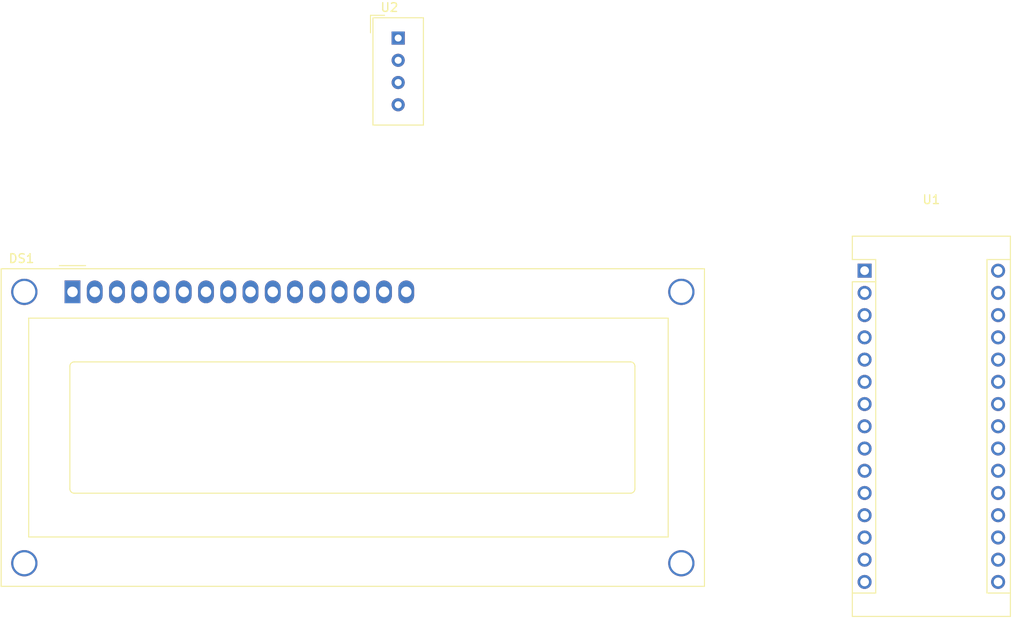
<source format=kicad_pcb>
(kicad_pcb (version 20211014) (generator pcbnew)
  (layers (0 "F.Cu" signal) (31 "B.Cu" signal) (34 "B.Paste" user) (35 "F.Paste" user) (36 "B.SilkS" user "B.Silkscreen") (37 "F.SilkS" user "F.Silkscreen") (38 "B.Mask" user) (39 "F.Mask" user) (44 "Edge.Cuts" user))
  (net 0 "")
  (net 1 "Earth")
  (net 2 "+5V")
  (net 3 "Net-(DS1-Pad4)")
  (net 4 "Net-(DS1-Pad6)")
  (net 9 "Net-(DS1-Pad11)")
  (net 10 "Net-(DS1-Pad12)")
  (net 11 "Net-(DS1-Pad13)")
  (net 12 "Net-(DS1-Pad14)")
  (net 13 "Net-(DS1-Pad15)")
  (net 14 "Net-(U1-Pad)_1")
  (footprint "Sensor:Aosong_DHT11_5.5x12.0_P2.54mm" (layer "F.Cu") (at 101.6975 39.4675)
    (fp_text reference "U2" (at -1 -3.5) (layer "F.SilkS"))
    (fp_text value "DHT11")
    (fp_line (start -2.88 9.94) (end -2.88 -2.31) (layer "F.SilkS") (width 0.12))
    (fp_line (start 2.88 -2.32) (end 2.88 9.94) (layer "F.SilkS") (width 0.12))
    (fp_line (start 2.88 9.94) (end -2.88 9.94) (layer "F.SilkS") (width 0.12))
    (fp_line (start -2.87 -2.32) (end 2.87 -2.32) (layer "F.SilkS") (width 0.12))
    (fp_line (start -3.16 -2.6) (end -1.55 -2.6) (layer "F.SilkS") (width 0.12))
    (fp_line (start -3.16 -2.6) (end -3.16 -0.6) (layer "F.SilkS") (width 0.12))
    (pad "1" thru_hole rect (at 0 0) (size 1.5 1.5) (drill 0.8) (layers *.Cu *.Mask) (net 2 "+5V"))
    (pad "2" thru_hole circle (at 0 2.54) (size 1.5 1.5) (drill 0.8) (layers *.Cu *.Mask) (net 14 "Net-(U1-Pad)_1"))
    (pad "3" thru_hole circle (at 0 5.08) (size 1.5 1.5) (drill 0.8) (layers *.Cu *.Mask))
    (pad "4" thru_hole circle (at 0 7.62) (size 1.5 1.5) (drill 0.8) (layers *.Cu *.Mask) (net 1 "Earth"))
  )
  (footprint "Display:WC1602A" (layer "F.Cu") (at 64.52 68.4625)
    (fp_text reference "DS1" (at -5.82 -3.81) (layer "F.SilkS"))
    (fp_text value "WC1602A")
    (fp_line (start 68 3) (end 68 28) (layer "F.SilkS") (width 0.12))
    (fp_line (start 68 28) (end -5 28) (layer "F.SilkS") (width 0.12))
    (fp_line (start -1.5 -3) (end 1.5 -3) (layer "F.SilkS") (width 0.12))
    (fp_line (start 64.2 8.5) (end 64.2 22.5) (layer "F.SilkS") (width 0.12))
    (fp_line (start 63.70066 23) (end 0.2 23) (layer "F.SilkS") (width 0.12))
    (fp_line (start -8.14 33.64) (end 72.14 33.64) (layer "F.SilkS") (width 0.12))
    (fp_line (start 72.14 33.64) (end 72.14 -2.64) (layer "F.SilkS") (width 0.12))
    (fp_line (start -8.13 -2.64) (end -7.34 -2.64) (layer "F.SilkS") (width 0.12))
    (fp_line (start -8.14 -2.64) (end -8.14 33.64) (layer "F.SilkS") (width 0.12))
    (fp_line (start 72.14 -2.64) (end -7.34 -2.64) (layer "F.SilkS") (width 0.12))
    (fp_line (start -0.29972 22.49932) (end -0.29972 8.5) (layer "F.SilkS") (width 0.12))
    (fp_line (start -5 28) (end -5 3) (layer "F.SilkS") (width 0.12))
    (fp_line (start -5 3) (end 68 3) (layer "F.SilkS") (width 0.12))
    (fp_line (start 0.2 8) (end 63.7 8) (layer "F.SilkS") (width 0.12))
    (fp_arc (start 64.20104 22.49932) (mid 64.054479 22.85315) (end 63.70066 22.9997) (layer "F.SilkS") (width 0.12))
    (fp_arc (start 0.20066 22.9997) (mid -0.153162 22.853142) (end -0.29972 22.49932) (layer "F.SilkS") (width 0.12))
    (fp_arc (start 63.7 8) (mid 64.053553 8.146447) (end 64.2 8.5) (layer "F.SilkS") (width 0.12))
    (fp_arc (start -0.29972 8.49884) (mid -0.153162 8.145018) (end 0.20066 7.99846) (layer "F.SilkS") (width 0.12))
    (pad "" thru_hole circle (at -5.4991 0) (size 3 3) (drill 2.5) (layers *.Cu *.Mask))
    (pad "" thru_hole circle (at -5.4991 31.0007) (size 3 3) (drill 2.5) (layers *.Cu *.Mask))
    (pad "" thru_hole circle (at 69.49948 31.0007) (size 3 3) (drill 2.5) (layers *.Cu *.Mask))
    (pad "" thru_hole circle (at 69.5 0) (size 3 3) (drill 2.5) (layers *.Cu *.Mask))
    (pad "1" thru_hole rect (at 0 0) (size 1.8 2.6) (drill 1.2) (layers *.Cu *.Mask) (net 1 "Earth"))
    (pad "2" thru_hole oval (at 2.54 0) (size 1.8 2.6) (drill 1.2) (layers *.Cu *.Mask) (net 2 "+5V"))
    (pad "3" thru_hole oval (at 5.08 0) (size 1.8 2.6) (drill 1.2) (layers *.Cu *.Mask) (net 1 "Earth"))
    (pad "4" thru_hole oval (at 7.62 0) (size 1.8 2.6) (drill 1.2) (layers *.Cu *.Mask) (net 3 "Net-(DS1-Pad4)"))
    (pad "5" thru_hole oval (at 10.16 0) (size 1.8 2.6) (drill 1.2) (layers *.Cu *.Mask) (net 1 "Earth"))
    (pad "6" thru_hole oval (at 12.7 0) (size 1.8 2.6) (drill 1.2) (layers *.Cu *.Mask) (net 4 "Net-(DS1-Pad6)"))
    (pad "7" thru_hole oval (at 15.24 0) (size 1.8 2.6) (drill 1.2) (layers *.Cu *.Mask))
    (pad "8" thru_hole oval (at 17.78 0) (size 1.8 2.6) (drill 1.2) (layers *.Cu *.Mask))
    (pad "9" thru_hole oval (at 20.32 0) (size 1.8 2.6) (drill 1.2) (layers *.Cu *.Mask))
    (pad "10" thru_hole oval (at 22.86 0) (size 1.8 2.6) (drill 1.2) (layers *.Cu *.Mask))
    (pad "11" thru_hole oval (at 25.4 0) (size 1.8 2.6) (drill 1.2) (layers *.Cu *.Mask) (net 9 "Net-(DS1-Pad11)"))
    (pad "12" thru_hole oval (at 27.94 0) (size 1.8 2.6) (drill 1.2) (layers *.Cu *.Mask) (net 10 "Net-(DS1-Pad12)"))
    (pad "13" thru_hole oval (at 30.48 0) (size 1.8 2.6) (drill 1.2) (layers *.Cu *.Mask) (net 11 "Net-(DS1-Pad13)"))
    (pad "14" thru_hole oval (at 33.02 0) (size 1.8 2.6) (drill 1.2) (layers *.Cu *.Mask) (net 12 "Net-(DS1-Pad14)"))
    (pad "15" thru_hole oval (at 35.56 0) (size 1.8 2.6) (drill 1.2) (layers *.Cu *.Mask) (net 13 "Net-(DS1-Pad15)"))
    (pad "16" thru_hole oval (at 38.1 0) (size 1.8 2.6) (drill 1.2) (layers *.Cu *.Mask) (net 1 "Earth"))
  )
  (footprint "sch:Arduino_nano_clone" (layer "F.Cu") (at 162.56 58.42)
    (fp_text reference "U1" (at 0 -0.5 unlocked) (layer "F.SilkS"))
    (fp_text value "Arduino_Nano_Atmega168pa")
    (fp_line (start 9.02 47.12) (end 9.02 3.68) (layer "F.SilkS") (width 0.12))
    (fp_line (start 6.35 6.35) (end 6.35 44.45) (layer "F.SilkS") (width 0.12))
    (fp_line (start 6.35 44.45) (end 9.02 44.45) (layer "F.SilkS") (width 0.12))
    (fp_line (start -6.35 8.89) (end -9.02 8.89) (layer "F.SilkS") (width 0.12))
    (fp_line (start -6.35 44.45) (end -9.02 44.45) (layer "F.SilkS") (width 0.12))
    (fp_line (start -6.35 6.35) (end -9.02 6.35) (layer "F.SilkS") (width 0.12))
    (fp_line (start -6.35 8.89) (end -6.35 44.45) (layer "F.SilkS") (width 0.12))
    (fp_line (start -9.02 8.89) (end -9.02 47.12) (layer "F.SilkS") (width 0.12))
    (fp_line (start -9.02 47.12) (end 9.02 47.12) (layer "F.SilkS") (width 0.12))
    (fp_line (start -9.02 3.68) (end -9.02 6.35) (layer "F.SilkS") (width 0.12))
    (fp_line (start -6.35 8.89) (end -6.35 6.35) (layer "F.SilkS") (width 0.12))
    (fp_line (start 9.02 3.68) (end -9.02 3.68) (layer "F.SilkS") (width 0.12))
    (fp_line (start 6.35 6.35) (end 9.02 6.35) (layer "F.SilkS") (width 0.12))
    (pad "1" thru_hole rect (at -7.62 7.62) (size 1.6 1.6) (drill 1) (layers *.Cu *.Mask))
    (pad "2" thru_hole oval (at -7.62 10.16) (size 1.6 1.6) (drill 1) (layers *.Cu *.Mask))
    (pad "3" thru_hole oval (at -7.62 12.7) (size 1.6 1.6) (drill 1) (layers *.Cu *.Mask))
    (pad "4" thru_hole oval (at -7.62 15.24) (size 1.6 1.6) (drill 1) (layers *.Cu *.Mask))
    (pad "5" thru_hole oval (at -7.62 17.78) (size 1.6 1.6) (drill 1) (layers *.Cu *.Mask))
    (pad "6" thru_hole oval (at -7.62 20.32) (size 1.6 1.6) (drill 1) (layers *.Cu *.Mask))
    (pad "7" thru_hole oval (at -7.62 22.86) (size 1.6 1.6) (drill 1) (layers *.Cu *.Mask))
    (pad "8" thru_hole oval (at -7.62 25.4) (size 1.6 1.6) (drill 1) (layers *.Cu *.Mask))
    (pad "9" thru_hole oval (at -7.62 27.94) (size 1.6 1.6) (drill 1) (layers *.Cu *.Mask))
    (pad "10" thru_hole oval (at -7.62 30.48) (size 1.6 1.6) (drill 1) (layers *.Cu *.Mask))
    (pad "11" thru_hole oval (at -7.62 33.02) (size 1.6 1.6) (drill 1) (layers *.Cu *.Mask))
    (pad "12" thru_hole oval (at -7.62 35.56) (size 1.6 1.6) (drill 1) (layers *.Cu *.Mask))
    (pad "13" thru_hole oval (at -7.62 38.1) (size 1.6 1.6) (drill 1) (layers *.Cu *.Mask))
    (pad "14" thru_hole oval (at -7.62 40.64) (size 1.6 1.6) (drill 1) (layers *.Cu *.Mask))
    (pad "15" thru_hole oval (at -7.62 43.18) (size 1.6 1.6) (drill 1) (layers *.Cu *.Mask))
    (pad "16" thru_hole oval (at 7.62 43.18) (size 1.6 1.6) (drill 1) (layers *.Cu *.Mask))
    (pad "17" thru_hole oval (at 7.62 40.64) (size 1.6 1.6) (drill 1) (layers *.Cu *.Mask))
    (pad "18" thru_hole oval (at 7.62 38.1) (size 1.6 1.6) (drill 1) (layers *.Cu *.Mask))
    (pad "19" thru_hole oval (at 7.62 35.56) (size 1.6 1.6) (drill 1) (layers *.Cu *.Mask))
    (pad "20" thru_hole oval (at 7.62 33.02) (size 1.6 1.6) (drill 1) (layers *.Cu *.Mask))
    (pad "21" thru_hole oval (at 7.62 30.48) (size 1.6 1.6) (drill 1) (layers *.Cu *.Mask))
    (pad "22" thru_hole oval (at 7.62 27.94) (size 1.6 1.6) (drill 1) (layers *.Cu *.Mask))
    (pad "23" thru_hole oval (at 7.62 25.4) (size 1.6 1.6) (drill 1) (layers *.Cu *.Mask))
    (pad "24" thru_hole oval (at 7.62 22.86) (size 1.6 1.6) (drill 1) (layers *.Cu *.Mask))
    (pad "25" thru_hole oval (at 7.62 20.32) (size 1.6 1.6) (drill 1) (layers *.Cu *.Mask))
    (pad "26" thru_hole oval (at 7.62 17.78) (size 1.6 1.6) (drill 1) (layers *.Cu *.Mask))
    (pad "27" thru_hole oval (at 7.62 15.24) (size 1.6 1.6) (drill 1) (layers *.Cu *.Mask))
    (pad "28" thru_hole oval (at 7.62 12.7) (size 1.6 1.6) (drill 1) (layers *.Cu *.Mask))
    (pad "29" thru_hole oval (at 7.62 10.16) (size 1.6 1.6) (drill 1) (layers *.Cu *.Mask))
    (pad "30" thru_hole oval (at 7.62 7.62) (size 1.6 1.6) (drill 1) (layers *.Cu *.Mask))
  )
)
</source>
